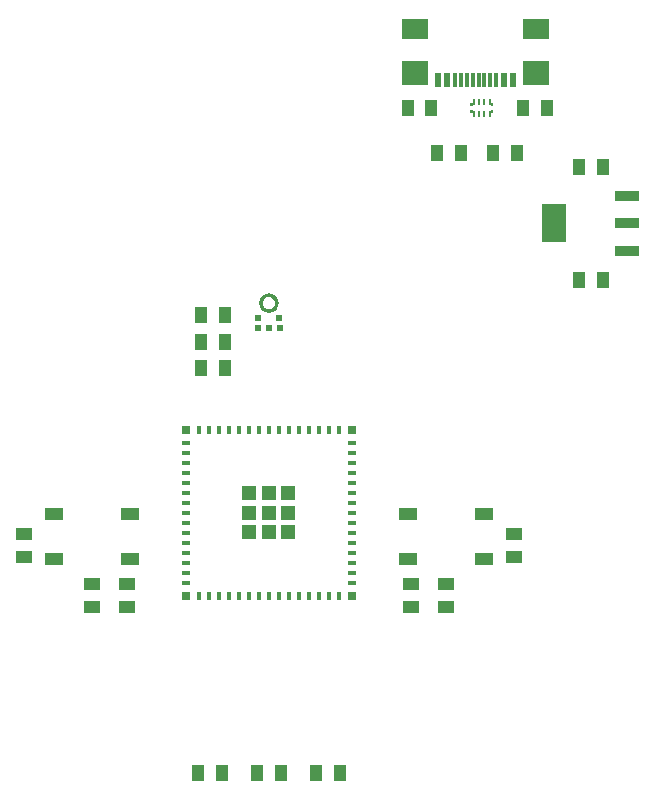
<source format=gbr>
%TF.GenerationSoftware,KiCad,Pcbnew,(6.0.7)*%
%TF.CreationDate,2022-09-30T16:31:06-06:00*%
%TF.ProjectId,SENSORY_BRIDGE,53454e53-4f52-4595-9f42-52494447452e,rev?*%
%TF.SameCoordinates,PX6c3e3acPY8584910*%
%TF.FileFunction,Paste,Top*%
%TF.FilePolarity,Positive*%
%FSLAX46Y46*%
G04 Gerber Fmt 4.6, Leading zero omitted, Abs format (unit mm)*
G04 Created by KiCad (PCBNEW (6.0.7)) date 2022-09-30 16:31:06*
%MOMM*%
%LPD*%
G01*
G04 APERTURE LIST*
%ADD10R,1.100000X1.400000*%
%ADD11R,0.800000X0.400000*%
%ADD12R,0.400000X0.800000*%
%ADD13R,1.200000X1.200000*%
%ADD14R,0.800000X0.800000*%
%ADD15R,0.203200X0.609600*%
%ADD16R,1.600000X1.000000*%
%ADD17R,1.400000X1.100000*%
%ADD18R,2.066000X0.901600*%
%ADD19R,2.066000X3.201600*%
%ADD20R,0.600000X1.150000*%
%ADD21R,0.300000X1.150000*%
%ADD22R,2.180000X2.000000*%
%ADD23R,2.180000X1.750000*%
%ADD24R,0.609600X0.533400*%
G04 APERTURE END LIST*
%TO.C,U3*%
G36*
X52235000Y62432500D02*
G01*
X52006400Y62432500D01*
X52006400Y62661100D01*
X52235000Y62661100D01*
X52235000Y62432500D01*
G37*
G36*
X53991400Y61838900D02*
G01*
X53762800Y61838900D01*
X53762800Y62067500D01*
X53991400Y62067500D01*
X53991400Y61838900D01*
G37*
G36*
X53991400Y62432500D02*
G01*
X53762800Y62432500D01*
X53762800Y62661100D01*
X53991400Y62661100D01*
X53991400Y62432500D01*
G37*
G36*
X52235000Y61838900D02*
G01*
X52006400Y61838900D01*
X52006400Y62067500D01*
X52235000Y62067500D01*
X52235000Y61838900D01*
G37*
%TO.C,U1*%
G36*
X35084648Y46585215D02*
G01*
X35056973Y46268900D01*
X35000725Y46271356D01*
X34843070Y46246386D01*
X34701497Y46174252D01*
X34589151Y46061903D01*
X34517014Y45920333D01*
X34492159Y45763400D01*
X34517014Y45606469D01*
X34589151Y45464896D01*
X34701497Y45352550D01*
X34843070Y45280413D01*
X35000725Y45255444D01*
X35056973Y45257899D01*
X35084648Y44941585D01*
X34999276Y44937856D01*
X34744859Y44978153D01*
X34514692Y45095428D01*
X34332029Y45278088D01*
X34214753Y45508258D01*
X34174342Y45763400D01*
X34214753Y46018541D01*
X34332029Y46248708D01*
X34514692Y46431371D01*
X34744859Y46548647D01*
X34999276Y46588944D01*
X35084648Y46585215D01*
G37*
G36*
X35255141Y46548647D02*
G01*
X35485308Y46431371D01*
X35667971Y46248708D01*
X35785247Y46018541D01*
X35825658Y45763400D01*
X35785247Y45508258D01*
X35667971Y45278088D01*
X35485308Y45095428D01*
X35255141Y44978153D01*
X35000724Y44937856D01*
X34915352Y44941585D01*
X34943027Y45257899D01*
X34999275Y45255444D01*
X35156930Y45280413D01*
X35298503Y45352550D01*
X35410849Y45464896D01*
X35482986Y45606469D01*
X35507841Y45763400D01*
X35482986Y45920333D01*
X35410849Y46061903D01*
X35298503Y46174252D01*
X35156930Y46246386D01*
X34999275Y46271356D01*
X34943027Y46268900D01*
X34915352Y46585215D01*
X35000724Y46588944D01*
X35255141Y46548647D01*
G37*
%TD*%
D10*
%TO.C,C1*%
X61250000Y57250000D03*
X63250000Y57250000D03*
%TD*%
D11*
%TO.C,IC1*%
X42000000Y22050000D03*
X42000000Y22900000D03*
X42000000Y23750000D03*
X42000000Y24600000D03*
X42000000Y25450000D03*
X42000000Y26300000D03*
X42000000Y27150000D03*
X42000000Y28000000D03*
X42000000Y28850000D03*
X42000000Y29700000D03*
X42000000Y30550000D03*
X42000000Y31400000D03*
X42000000Y32250000D03*
X42000000Y33100000D03*
X42000000Y33950000D03*
D12*
X40950000Y35000000D03*
X40100000Y35000000D03*
X39250000Y35000000D03*
X38400000Y35000000D03*
X37550000Y35000000D03*
X36700000Y35000000D03*
X35850000Y35000000D03*
X35000000Y35000000D03*
X34150000Y35000000D03*
X33300000Y35000000D03*
X32450000Y35000000D03*
X31600000Y35000000D03*
X30750000Y35000000D03*
X29900000Y35000000D03*
X29050000Y35000000D03*
D11*
X28000000Y33950000D03*
X28000000Y33100000D03*
X28000000Y32250000D03*
X28000000Y31400000D03*
X28000000Y30550000D03*
X28000000Y29700000D03*
X28000000Y28850000D03*
X28000000Y28000000D03*
X28000000Y27150000D03*
X28000000Y26300000D03*
X28000000Y25450000D03*
X28000000Y24600000D03*
X28000000Y23750000D03*
X28000000Y22900000D03*
X28000000Y22050000D03*
D12*
X29050000Y21000000D03*
X29900000Y21000000D03*
X30750000Y21000000D03*
X31600000Y21000000D03*
X32450000Y21000000D03*
X33300000Y21000000D03*
X34150000Y21000000D03*
X35000000Y21000000D03*
X35850000Y21000000D03*
X36700000Y21000000D03*
X37550000Y21000000D03*
X38400000Y21000000D03*
X39250000Y21000000D03*
X40100000Y21000000D03*
X40950000Y21000000D03*
D13*
X35000000Y28000000D03*
D14*
X42000000Y21000000D03*
X42000000Y35000000D03*
X28000000Y35000000D03*
X28000000Y21000000D03*
D13*
X36650000Y26350000D03*
X36650000Y28000000D03*
X36650000Y29650000D03*
X35000000Y29650000D03*
X33350000Y29650000D03*
X33350000Y28000000D03*
X33350000Y26350000D03*
X35000000Y26350000D03*
%TD*%
D15*
%TO.C,U3*%
X53673900Y62750000D03*
X53223900Y62750000D03*
X52773900Y62750000D03*
X52323900Y62750000D03*
X52323900Y61750000D03*
X52773900Y61750000D03*
X53223900Y61750000D03*
X53673900Y61750000D03*
%TD*%
D16*
%TO.C,SW4*%
X46800000Y27900000D03*
X53200000Y27900000D03*
X46800000Y24100000D03*
X53200000Y24100000D03*
%TD*%
D17*
%TO.C,C6*%
X14250000Y24250000D03*
X14250000Y26250000D03*
%TD*%
%TO.C,C3*%
X20000000Y22000000D03*
X20000000Y20000000D03*
%TD*%
%TO.C,C9*%
X55750000Y24250000D03*
X55750000Y26250000D03*
%TD*%
D10*
%TO.C,R8*%
X31250000Y40250000D03*
X29250000Y40250000D03*
%TD*%
%TO.C,C10*%
X31250000Y44750000D03*
X29250000Y44750000D03*
%TD*%
D17*
%TO.C,C4*%
X47000000Y22000000D03*
X47000000Y20000000D03*
%TD*%
%TO.C,R7*%
X23000000Y22000000D03*
X23000000Y20000000D03*
%TD*%
D18*
%TO.C,U2*%
X65325800Y50200000D03*
X65325800Y52500000D03*
X65325800Y54800000D03*
D19*
X59174200Y52500000D03*
%TD*%
D20*
%TO.C,J1*%
X55700000Y64675000D03*
X54900000Y64675000D03*
D21*
X53750000Y64675000D03*
X52750000Y64675000D03*
X52250000Y64675000D03*
X51250000Y64675000D03*
D20*
X49300000Y64675000D03*
X50100000Y64675000D03*
D21*
X50750000Y64675000D03*
X51750000Y64675000D03*
X53250000Y64675000D03*
X54250000Y64675000D03*
D22*
X57610000Y65250000D03*
X47390000Y65250000D03*
D23*
X57610000Y68930000D03*
X47390000Y68930000D03*
%TD*%
D10*
%TO.C,R6*%
X29000000Y6000000D03*
X31000000Y6000000D03*
%TD*%
%TO.C,C11*%
X31250000Y42500000D03*
X29250000Y42500000D03*
%TD*%
%TO.C,R10*%
X46750000Y62250000D03*
X48750000Y62250000D03*
%TD*%
D24*
%TO.C,U1*%
X35000000Y43689491D03*
X34100000Y43689491D03*
X34111000Y44511400D03*
X35889000Y44511400D03*
X35900000Y43689491D03*
%TD*%
D16*
%TO.C,SW3*%
X23200000Y24100000D03*
X16800000Y24100000D03*
X23200000Y27900000D03*
X16800000Y27900000D03*
%TD*%
D10*
%TO.C,C8*%
X54000000Y58500000D03*
X56000000Y58500000D03*
%TD*%
%TO.C,R4*%
X39000000Y6000000D03*
X41000000Y6000000D03*
%TD*%
%TO.C,R9*%
X56500000Y62250000D03*
X58500000Y62250000D03*
%TD*%
%TO.C,C7*%
X51250000Y58500000D03*
X49250000Y58500000D03*
%TD*%
%TO.C,C2*%
X61250000Y47750000D03*
X63250000Y47750000D03*
%TD*%
D17*
%TO.C,C5*%
X50000000Y22000000D03*
X50000000Y20000000D03*
%TD*%
D10*
%TO.C,R5*%
X34000000Y6000000D03*
X36000000Y6000000D03*
%TD*%
M02*

</source>
